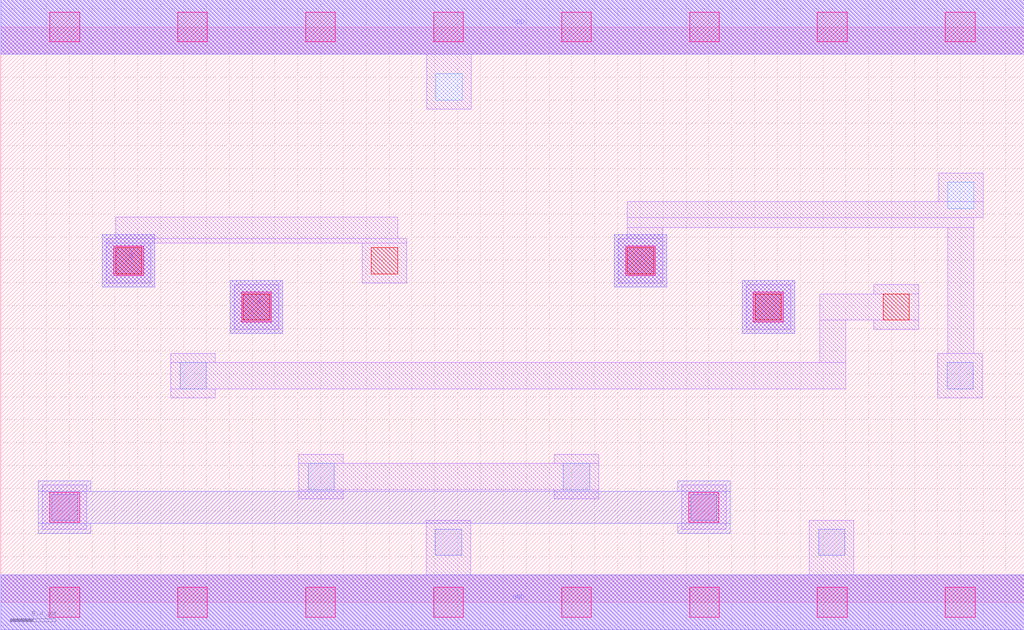
<source format=lef>
MACRO VANBERKEL1991
 CLASS CORE ;
 FOREIGN VANBERKEL1991 0 0 ;
 SIZE 8.96 BY 5.04 ;
 ORIGIN 0 0 ;
 SYMMETRY X Y R90 ;
 SITE unit ;
  PIN VDD
   DIRECTION INOUT ;
   USE POWER ;
   SHAPE ABUTMENT ;
    PORT
     CLASS CORE ;
       LAYER met1 ;
        RECT 0.00000000 4.80000000 8.96000000 5.28000000 ;
       LAYER met2 ;
        RECT 0.00000000 4.80000000 8.96000000 5.28000000 ;
    END
  END VDD

  PIN GND
   DIRECTION INOUT ;
   USE POWER ;
   SHAPE ABUTMENT ;
    PORT
     CLASS CORE ;
       LAYER met1 ;
        RECT 0.00000000 -0.24000000 8.96000000 0.24000000 ;
       LAYER met2 ;
        RECT 0.00000000 -0.24000000 8.96000000 0.24000000 ;
    END
  END GND

  PIN C
   DIRECTION INOUT ;
   USE SIGNAL ;
   SHAPE ABUTMENT ;
    PORT
     CLASS CORE ;
       LAYER met2 ;
        RECT 5.37000000 2.76200000 5.83000000 3.22200000 ;
    END
  END C

  PIN A
   DIRECTION INOUT ;
   USE SIGNAL ;
   SHAPE ABUTMENT ;
    PORT
     CLASS CORE ;
       LAYER met2 ;
        RECT 6.49000000 2.35700000 6.95000000 2.81700000 ;
       LAYER met2 ;
        RECT 2.01000000 2.35700000 2.47000000 2.81700000 ;
    END
  END A

  PIN B
   DIRECTION INOUT ;
   USE SIGNAL ;
   SHAPE ABUTMENT ;
    PORT
     CLASS CORE ;
       LAYER met2 ;
        RECT 0.89000000 2.76200000 1.35000000 3.22200000 ;
    END
  END B

 OBS
    LAYER polycont ;
     RECT 2.12500000 2.47200000 2.35500000 2.70200000 ;
     RECT 6.60500000 2.47200000 6.83500000 2.70200000 ;
     RECT 7.72500000 2.47200000 7.95500000 2.70200000 ;
     RECT 1.00500000 2.87700000 1.23500000 3.10700000 ;
     RECT 3.24500000 2.87700000 3.47500000 3.10700000 ;
     RECT 5.48500000 2.87700000 5.71500000 3.10700000 ;

    LAYER pdiffc ;
     RECT 8.29000000 3.45000000 8.52000000 3.68000000 ;
     RECT 3.81000000 4.40000000 4.04000000 4.63000000 ;

    LAYER ndiffc ;
     RECT 3.80500000 0.41000000 4.03500000 0.64000000 ;
     RECT 7.16000000 0.41000000 7.39000000 0.64000000 ;
     RECT 0.44500000 0.71700000 0.67500000 0.94700000 ;
     RECT 6.04000000 0.71700000 6.27000000 0.94700000 ;
     RECT 2.69000000 0.98700000 2.92000000 1.21700000 ;
     RECT 4.92500000 0.98700000 5.15500000 1.21700000 ;
     RECT 1.57000000 1.87000000 1.80000000 2.10000000 ;
     RECT 8.28500000 1.87000000 8.51500000 2.10000000 ;

    LAYER met1 ;
     RECT 0.00000000 -0.24000000 8.96000000 0.24000000 ;
     RECT 3.72500000 0.24000000 4.11500000 0.72000000 ;
     RECT 7.08000000 0.24000000 7.47000000 0.72000000 ;
     RECT 0.36500000 0.63700000 0.75500000 1.02700000 ;
     RECT 5.96000000 0.63700000 6.35000000 1.02700000 ;
     RECT 2.61000000 0.90700000 3.00000000 0.98700000 ;
     RECT 4.84500000 0.90700000 5.23500000 0.98700000 ;
     RECT 2.61000000 0.98700000 5.23500000 1.21700000 ;
     RECT 2.61000000 1.21700000 3.00000000 1.29700000 ;
     RECT 4.84500000 1.21700000 5.23500000 1.29700000 ;
     RECT 2.04500000 2.39200000 2.43500000 2.78200000 ;
     RECT 6.52500000 2.39200000 6.91500000 2.78200000 ;
     RECT 1.49000000 1.79000000 1.88000000 1.87000000 ;
     RECT 1.49000000 1.87000000 7.40000000 2.10000000 ;
     RECT 1.49000000 2.10000000 1.88000000 2.18000000 ;
     RECT 7.17000000 2.10000000 7.40000000 2.47200000 ;
     RECT 7.64500000 2.39200000 8.03500000 2.47200000 ;
     RECT 7.17000000 2.47200000 8.03500000 2.70200000 ;
     RECT 7.64500000 2.70200000 8.03500000 2.78200000 ;
     RECT 0.92500000 2.79700000 1.31500000 3.14700000 ;
     RECT 3.16500000 2.79700000 3.55500000 3.14700000 ;
     RECT 0.92500000 3.14700000 3.55500000 3.18700000 ;
     RECT 1.00500000 3.18700000 3.47500000 3.37700000 ;
     RECT 8.20500000 1.79000000 8.59500000 2.18000000 ;
     RECT 5.40500000 2.79700000 5.79500000 3.18700000 ;
     RECT 5.48500000 3.18700000 5.79500000 3.28200000 ;
     RECT 8.29000000 2.18000000 8.52000000 3.28200000 ;
     RECT 5.48500000 3.28200000 8.52000000 3.37000000 ;
     RECT 5.48500000 3.37000000 8.60000000 3.51200000 ;
     RECT 8.21000000 3.51200000 8.60000000 3.76000000 ;
     RECT 3.73000000 4.32000000 4.12000000 4.80000000 ;
     RECT 0.00000000 4.80000000 8.96000000 5.28000000 ;

    LAYER via1 ;
     RECT 0.43000000 -0.13000000 0.69000000 0.13000000 ;
     RECT 1.55000000 -0.13000000 1.81000000 0.13000000 ;
     RECT 2.67000000 -0.13000000 2.93000000 0.13000000 ;
     RECT 3.79000000 -0.13000000 4.05000000 0.13000000 ;
     RECT 4.91000000 -0.13000000 5.17000000 0.13000000 ;
     RECT 6.03000000 -0.13000000 6.29000000 0.13000000 ;
     RECT 7.15000000 -0.13000000 7.41000000 0.13000000 ;
     RECT 8.27000000 -0.13000000 8.53000000 0.13000000 ;
     RECT 0.43000000 0.70200000 0.69000000 0.96200000 ;
     RECT 6.02500000 0.70200000 6.28500000 0.96200000 ;
     RECT 2.11000000 2.45700000 2.37000000 2.71700000 ;
     RECT 6.59000000 2.45700000 6.85000000 2.71700000 ;
     RECT 0.99000000 2.86200000 1.25000000 3.12200000 ;
     RECT 5.47000000 2.86200000 5.73000000 3.12200000 ;
     RECT 0.43000000 4.91000000 0.69000000 5.17000000 ;
     RECT 1.55000000 4.91000000 1.81000000 5.17000000 ;
     RECT 2.67000000 4.91000000 2.93000000 5.17000000 ;
     RECT 3.79000000 4.91000000 4.05000000 5.17000000 ;
     RECT 4.91000000 4.91000000 5.17000000 5.17000000 ;
     RECT 6.03000000 4.91000000 6.29000000 5.17000000 ;
     RECT 7.15000000 4.91000000 7.41000000 5.17000000 ;
     RECT 8.27000000 4.91000000 8.53000000 5.17000000 ;

    LAYER met2 ;
     RECT 0.00000000 -0.24000000 8.96000000 0.24000000 ;
     RECT 0.33000000 0.60200000 0.79000000 0.69200000 ;
     RECT 5.92500000 0.60200000 6.38500000 0.69200000 ;
     RECT 0.33000000 0.69200000 6.38500000 0.97200000 ;
     RECT 0.33000000 0.97200000 0.79000000 1.06200000 ;
     RECT 5.92500000 0.97200000 6.38500000 1.06200000 ;
     RECT 2.01000000 2.35700000 2.47000000 2.81700000 ;
     RECT 6.49000000 2.35700000 6.95000000 2.81700000 ;
     RECT 0.89000000 2.76200000 1.35000000 3.22200000 ;
     RECT 5.37000000 2.76200000 5.83000000 3.22200000 ;
     RECT 0.00000000 4.80000000 8.96000000 5.28000000 ;

 END
END VANBERKEL1991

</source>
